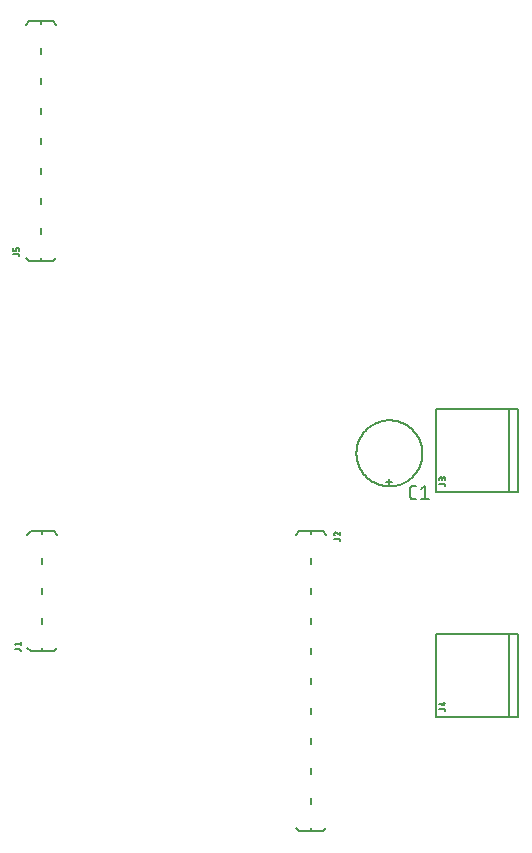
<source format=gbr>
G04 EAGLE Gerber RS-274X export*
G75*
%MOMM*%
%FSLAX34Y34*%
%LPD*%
%INSilkscreen Top*%
%IPPOS*%
%AMOC8*
5,1,8,0,0,1.08239X$1,22.5*%
G01*
%ADD10C,0.203200*%
%ADD11C,0.127000*%
%ADD12C,0.152400*%


D10*
X52070Y218440D02*
X52070Y213360D01*
X52070Y238760D02*
X52070Y243840D01*
X52070Y264160D02*
X52070Y269240D01*
X52070Y193040D02*
X52070Y190500D01*
X42164Y190500D01*
X39370Y193294D01*
X52070Y190500D02*
X61976Y190500D01*
X64770Y193294D01*
X52070Y289560D02*
X52070Y292100D01*
X61976Y292100D01*
X64770Y289306D01*
X52070Y292100D02*
X42164Y292100D01*
X39370Y289306D01*
D11*
X32583Y192744D02*
X28829Y192744D01*
X32583Y192743D02*
X32648Y192741D01*
X32712Y192735D01*
X32776Y192725D01*
X32840Y192712D01*
X32902Y192694D01*
X32963Y192673D01*
X33023Y192649D01*
X33081Y192620D01*
X33138Y192588D01*
X33192Y192553D01*
X33244Y192515D01*
X33294Y192473D01*
X33341Y192429D01*
X33385Y192382D01*
X33427Y192332D01*
X33465Y192280D01*
X33500Y192226D01*
X33532Y192169D01*
X33561Y192111D01*
X33585Y192051D01*
X33606Y191990D01*
X33624Y191928D01*
X33637Y191864D01*
X33647Y191800D01*
X33653Y191736D01*
X33655Y191671D01*
X33655Y191135D01*
X29901Y195692D02*
X28829Y197032D01*
X33655Y197032D01*
X33655Y195692D02*
X33655Y198373D01*
D10*
X279400Y264160D02*
X279400Y269240D01*
X279400Y243840D02*
X279400Y238760D01*
X279400Y218440D02*
X279400Y213360D01*
X279400Y193040D02*
X279400Y187960D01*
X279400Y167640D02*
X279400Y162560D01*
X279400Y289560D02*
X279400Y292100D01*
X289306Y292100D01*
X292100Y289306D01*
X279400Y292100D02*
X269494Y292100D01*
X266700Y289306D01*
X279400Y142240D02*
X279400Y137160D01*
X279400Y116840D02*
X279400Y111760D01*
X279400Y91440D02*
X279400Y86360D01*
X279400Y66040D02*
X279400Y60960D01*
X279400Y38100D02*
X269494Y38100D01*
X266700Y40894D01*
X279400Y38100D02*
X289306Y38100D01*
X292100Y40894D01*
X279400Y40640D02*
X279400Y38100D01*
D11*
X299085Y285836D02*
X302839Y285836D01*
X302904Y285834D01*
X302968Y285828D01*
X303032Y285818D01*
X303096Y285805D01*
X303158Y285787D01*
X303219Y285766D01*
X303279Y285742D01*
X303337Y285713D01*
X303394Y285681D01*
X303448Y285646D01*
X303500Y285608D01*
X303550Y285566D01*
X303597Y285522D01*
X303641Y285475D01*
X303683Y285425D01*
X303721Y285373D01*
X303756Y285319D01*
X303788Y285262D01*
X303817Y285204D01*
X303841Y285144D01*
X303862Y285083D01*
X303880Y285021D01*
X303893Y284957D01*
X303903Y284893D01*
X303909Y284829D01*
X303911Y284764D01*
X303911Y284227D01*
X299085Y290258D02*
X299087Y290326D01*
X299093Y290393D01*
X299102Y290460D01*
X299115Y290527D01*
X299132Y290592D01*
X299153Y290657D01*
X299177Y290720D01*
X299205Y290782D01*
X299236Y290842D01*
X299270Y290900D01*
X299308Y290956D01*
X299348Y291011D01*
X299392Y291062D01*
X299439Y291111D01*
X299488Y291158D01*
X299539Y291202D01*
X299594Y291242D01*
X299650Y291280D01*
X299708Y291314D01*
X299768Y291345D01*
X299830Y291373D01*
X299893Y291397D01*
X299958Y291418D01*
X300023Y291435D01*
X300090Y291448D01*
X300157Y291457D01*
X300224Y291463D01*
X300292Y291465D01*
X299085Y290258D02*
X299087Y290180D01*
X299093Y290102D01*
X299103Y290025D01*
X299116Y289948D01*
X299134Y289872D01*
X299155Y289797D01*
X299180Y289723D01*
X299209Y289651D01*
X299241Y289580D01*
X299277Y289511D01*
X299316Y289443D01*
X299359Y289378D01*
X299405Y289315D01*
X299454Y289254D01*
X299506Y289196D01*
X299561Y289141D01*
X299618Y289088D01*
X299678Y289039D01*
X299741Y288992D01*
X299806Y288949D01*
X299872Y288909D01*
X299941Y288872D01*
X300012Y288839D01*
X300084Y288809D01*
X300158Y288783D01*
X301230Y291063D02*
X301181Y291112D01*
X301129Y291159D01*
X301074Y291202D01*
X301017Y291243D01*
X300958Y291281D01*
X300897Y291315D01*
X300834Y291346D01*
X300770Y291374D01*
X300704Y291398D01*
X300638Y291418D01*
X300570Y291435D01*
X300501Y291448D01*
X300432Y291457D01*
X300362Y291463D01*
X300292Y291465D01*
X301230Y291063D02*
X303911Y288784D01*
X303911Y291465D01*
D10*
X385100Y325400D02*
X385100Y395400D01*
X447100Y395400D01*
X455100Y395400D01*
X455100Y325400D01*
X447100Y325400D01*
X385100Y325400D01*
X447100Y325400D02*
X447100Y395400D01*
D11*
X391993Y332444D02*
X388239Y332444D01*
X391993Y332443D02*
X392058Y332441D01*
X392122Y332435D01*
X392186Y332425D01*
X392250Y332412D01*
X392312Y332394D01*
X392373Y332373D01*
X392433Y332349D01*
X392491Y332320D01*
X392548Y332288D01*
X392602Y332253D01*
X392654Y332215D01*
X392704Y332173D01*
X392751Y332129D01*
X392795Y332082D01*
X392837Y332032D01*
X392875Y331980D01*
X392910Y331926D01*
X392942Y331869D01*
X392971Y331811D01*
X392995Y331751D01*
X393016Y331690D01*
X393034Y331628D01*
X393047Y331564D01*
X393057Y331500D01*
X393063Y331436D01*
X393065Y331371D01*
X393065Y330835D01*
X393065Y335392D02*
X393065Y336732D01*
X393063Y336803D01*
X393057Y336875D01*
X393048Y336945D01*
X393035Y337015D01*
X393018Y337085D01*
X392997Y337153D01*
X392973Y337220D01*
X392945Y337286D01*
X392914Y337350D01*
X392879Y337413D01*
X392841Y337473D01*
X392800Y337532D01*
X392756Y337588D01*
X392709Y337642D01*
X392660Y337693D01*
X392607Y337741D01*
X392552Y337787D01*
X392495Y337829D01*
X392435Y337869D01*
X392374Y337905D01*
X392310Y337938D01*
X392245Y337967D01*
X392179Y337993D01*
X392111Y338016D01*
X392042Y338035D01*
X391972Y338050D01*
X391902Y338061D01*
X391831Y338069D01*
X391760Y338073D01*
X391688Y338073D01*
X391617Y338069D01*
X391546Y338061D01*
X391476Y338050D01*
X391406Y338035D01*
X391337Y338016D01*
X391269Y337993D01*
X391203Y337967D01*
X391138Y337938D01*
X391074Y337905D01*
X391013Y337869D01*
X390953Y337829D01*
X390896Y337787D01*
X390841Y337741D01*
X390788Y337693D01*
X390739Y337642D01*
X390692Y337588D01*
X390648Y337532D01*
X390607Y337473D01*
X390569Y337413D01*
X390534Y337350D01*
X390503Y337286D01*
X390475Y337220D01*
X390451Y337153D01*
X390430Y337085D01*
X390413Y337015D01*
X390400Y336945D01*
X390391Y336875D01*
X390385Y336803D01*
X390383Y336732D01*
X388239Y337000D02*
X388239Y335392D01*
X388239Y337000D02*
X388241Y337065D01*
X388247Y337129D01*
X388257Y337193D01*
X388270Y337257D01*
X388288Y337319D01*
X388309Y337380D01*
X388333Y337440D01*
X388362Y337498D01*
X388394Y337555D01*
X388429Y337609D01*
X388467Y337661D01*
X388509Y337711D01*
X388553Y337758D01*
X388600Y337802D01*
X388650Y337844D01*
X388702Y337882D01*
X388756Y337917D01*
X388813Y337949D01*
X388871Y337978D01*
X388931Y338002D01*
X388992Y338023D01*
X389054Y338041D01*
X389118Y338054D01*
X389182Y338064D01*
X389246Y338070D01*
X389311Y338072D01*
X389376Y338070D01*
X389440Y338064D01*
X389504Y338054D01*
X389568Y338041D01*
X389630Y338023D01*
X389691Y338002D01*
X389751Y337978D01*
X389809Y337949D01*
X389866Y337917D01*
X389920Y337882D01*
X389972Y337844D01*
X390022Y337802D01*
X390069Y337758D01*
X390113Y337711D01*
X390155Y337661D01*
X390193Y337609D01*
X390228Y337555D01*
X390260Y337498D01*
X390289Y337440D01*
X390313Y337380D01*
X390334Y337319D01*
X390352Y337257D01*
X390365Y337193D01*
X390375Y337129D01*
X390381Y337065D01*
X390383Y337000D01*
X390384Y337000D02*
X390384Y335928D01*
D10*
X385100Y204900D02*
X385100Y134900D01*
X385100Y204900D02*
X447100Y204900D01*
X455100Y204900D01*
X455100Y134900D01*
X447100Y134900D01*
X385100Y134900D01*
X447100Y134900D02*
X447100Y204900D01*
D11*
X391993Y141944D02*
X388239Y141944D01*
X391993Y141943D02*
X392058Y141941D01*
X392122Y141935D01*
X392186Y141925D01*
X392250Y141912D01*
X392312Y141894D01*
X392373Y141873D01*
X392433Y141849D01*
X392491Y141820D01*
X392548Y141788D01*
X392602Y141753D01*
X392654Y141715D01*
X392704Y141673D01*
X392751Y141629D01*
X392795Y141582D01*
X392837Y141532D01*
X392875Y141480D01*
X392910Y141426D01*
X392942Y141369D01*
X392971Y141311D01*
X392995Y141251D01*
X393016Y141190D01*
X393034Y141128D01*
X393047Y141064D01*
X393057Y141000D01*
X393063Y140936D01*
X393065Y140871D01*
X393065Y140335D01*
X391993Y144892D02*
X388239Y145964D01*
X391993Y144892D02*
X391993Y147573D01*
X393065Y146768D02*
X390920Y146768D01*
D10*
X50800Y543560D02*
X50800Y548640D01*
X50800Y568960D02*
X50800Y574040D01*
X50800Y594360D02*
X50800Y599440D01*
X50800Y619760D02*
X50800Y624840D01*
X50800Y645160D02*
X50800Y650240D01*
X50800Y523240D02*
X50800Y520700D01*
X40894Y520700D01*
X38100Y523494D01*
X50800Y520700D02*
X60706Y520700D01*
X63500Y523494D01*
X50800Y670560D02*
X50800Y675640D01*
X50800Y695960D02*
X50800Y701040D01*
X50800Y723900D02*
X60706Y723900D01*
X63500Y721106D01*
X50800Y723900D02*
X40894Y723900D01*
X38100Y721106D01*
X50800Y721360D02*
X50800Y723900D01*
D11*
X31313Y526754D02*
X27559Y526754D01*
X31313Y526753D02*
X31378Y526751D01*
X31442Y526745D01*
X31506Y526735D01*
X31570Y526722D01*
X31632Y526704D01*
X31693Y526683D01*
X31753Y526659D01*
X31811Y526630D01*
X31868Y526598D01*
X31922Y526563D01*
X31974Y526525D01*
X32024Y526483D01*
X32071Y526439D01*
X32115Y526392D01*
X32157Y526342D01*
X32195Y526290D01*
X32230Y526236D01*
X32262Y526179D01*
X32291Y526121D01*
X32315Y526061D01*
X32336Y526000D01*
X32354Y525938D01*
X32367Y525874D01*
X32377Y525810D01*
X32383Y525746D01*
X32385Y525681D01*
X32385Y525145D01*
X32385Y529702D02*
X32385Y531310D01*
X32383Y531375D01*
X32377Y531439D01*
X32367Y531503D01*
X32354Y531567D01*
X32336Y531629D01*
X32315Y531690D01*
X32291Y531750D01*
X32262Y531808D01*
X32230Y531865D01*
X32195Y531919D01*
X32157Y531971D01*
X32115Y532021D01*
X32071Y532068D01*
X32024Y532112D01*
X31974Y532154D01*
X31922Y532192D01*
X31868Y532227D01*
X31811Y532259D01*
X31753Y532288D01*
X31693Y532312D01*
X31632Y532333D01*
X31570Y532351D01*
X31506Y532364D01*
X31442Y532374D01*
X31378Y532380D01*
X31313Y532382D01*
X31313Y532383D02*
X30776Y532383D01*
X30776Y532382D02*
X30711Y532380D01*
X30647Y532374D01*
X30583Y532364D01*
X30519Y532351D01*
X30457Y532333D01*
X30396Y532312D01*
X30336Y532288D01*
X30278Y532259D01*
X30221Y532227D01*
X30167Y532192D01*
X30115Y532154D01*
X30065Y532112D01*
X30018Y532068D01*
X29974Y532021D01*
X29932Y531971D01*
X29894Y531919D01*
X29859Y531865D01*
X29827Y531808D01*
X29798Y531750D01*
X29774Y531690D01*
X29753Y531629D01*
X29735Y531567D01*
X29722Y531503D01*
X29712Y531439D01*
X29706Y531375D01*
X29704Y531310D01*
X29704Y529702D01*
X27559Y529702D01*
X27559Y532383D01*
D12*
X345900Y336710D02*
X345900Y331630D01*
X348440Y334170D02*
X343360Y334170D01*
X317960Y358300D02*
X317968Y358986D01*
X317994Y359671D01*
X318036Y360355D01*
X318095Y361039D01*
X318170Y361720D01*
X318262Y362400D01*
X318371Y363077D01*
X318497Y363751D01*
X318639Y364422D01*
X318797Y365089D01*
X318972Y365752D01*
X319163Y366411D01*
X319370Y367064D01*
X319593Y367713D01*
X319832Y368355D01*
X320087Y368992D01*
X320357Y369622D01*
X320643Y370246D01*
X320943Y370862D01*
X321259Y371471D01*
X321590Y372072D01*
X321935Y372664D01*
X322295Y373248D01*
X322669Y373823D01*
X323057Y374388D01*
X323458Y374944D01*
X323874Y375490D01*
X324302Y376025D01*
X324744Y376550D01*
X325198Y377063D01*
X325665Y377566D01*
X326143Y378057D01*
X326634Y378535D01*
X327137Y379002D01*
X327650Y379456D01*
X328175Y379898D01*
X328710Y380326D01*
X329256Y380742D01*
X329812Y381143D01*
X330377Y381531D01*
X330952Y381905D01*
X331536Y382265D01*
X332128Y382610D01*
X332729Y382941D01*
X333338Y383257D01*
X333954Y383557D01*
X334578Y383843D01*
X335208Y384113D01*
X335845Y384368D01*
X336487Y384607D01*
X337136Y384830D01*
X337789Y385037D01*
X338448Y385228D01*
X339111Y385403D01*
X339778Y385561D01*
X340449Y385703D01*
X341123Y385829D01*
X341800Y385938D01*
X342480Y386030D01*
X343161Y386105D01*
X343845Y386164D01*
X344529Y386206D01*
X345214Y386232D01*
X345900Y386240D01*
X346586Y386232D01*
X347271Y386206D01*
X347955Y386164D01*
X348639Y386105D01*
X349320Y386030D01*
X350000Y385938D01*
X350677Y385829D01*
X351351Y385703D01*
X352022Y385561D01*
X352689Y385403D01*
X353352Y385228D01*
X354011Y385037D01*
X354664Y384830D01*
X355313Y384607D01*
X355955Y384368D01*
X356592Y384113D01*
X357222Y383843D01*
X357846Y383557D01*
X358462Y383257D01*
X359071Y382941D01*
X359672Y382610D01*
X360264Y382265D01*
X360848Y381905D01*
X361423Y381531D01*
X361988Y381143D01*
X362544Y380742D01*
X363090Y380326D01*
X363625Y379898D01*
X364150Y379456D01*
X364663Y379002D01*
X365166Y378535D01*
X365657Y378057D01*
X366135Y377566D01*
X366602Y377063D01*
X367056Y376550D01*
X367498Y376025D01*
X367926Y375490D01*
X368342Y374944D01*
X368743Y374388D01*
X369131Y373823D01*
X369505Y373248D01*
X369865Y372664D01*
X370210Y372072D01*
X370541Y371471D01*
X370857Y370862D01*
X371157Y370246D01*
X371443Y369622D01*
X371713Y368992D01*
X371968Y368355D01*
X372207Y367713D01*
X372430Y367064D01*
X372637Y366411D01*
X372828Y365752D01*
X373003Y365089D01*
X373161Y364422D01*
X373303Y363751D01*
X373429Y363077D01*
X373538Y362400D01*
X373630Y361720D01*
X373705Y361039D01*
X373764Y360355D01*
X373806Y359671D01*
X373832Y358986D01*
X373840Y358300D01*
X373832Y357614D01*
X373806Y356929D01*
X373764Y356245D01*
X373705Y355561D01*
X373630Y354880D01*
X373538Y354200D01*
X373429Y353523D01*
X373303Y352849D01*
X373161Y352178D01*
X373003Y351511D01*
X372828Y350848D01*
X372637Y350189D01*
X372430Y349536D01*
X372207Y348887D01*
X371968Y348245D01*
X371713Y347608D01*
X371443Y346978D01*
X371157Y346354D01*
X370857Y345738D01*
X370541Y345129D01*
X370210Y344528D01*
X369865Y343936D01*
X369505Y343352D01*
X369131Y342777D01*
X368743Y342212D01*
X368342Y341656D01*
X367926Y341110D01*
X367498Y340575D01*
X367056Y340050D01*
X366602Y339537D01*
X366135Y339034D01*
X365657Y338543D01*
X365166Y338065D01*
X364663Y337598D01*
X364150Y337144D01*
X363625Y336702D01*
X363090Y336274D01*
X362544Y335858D01*
X361988Y335457D01*
X361423Y335069D01*
X360848Y334695D01*
X360264Y334335D01*
X359672Y333990D01*
X359071Y333659D01*
X358462Y333343D01*
X357846Y333043D01*
X357222Y332757D01*
X356592Y332487D01*
X355955Y332232D01*
X355313Y331993D01*
X354664Y331770D01*
X354011Y331563D01*
X353352Y331372D01*
X352689Y331197D01*
X352022Y331039D01*
X351351Y330897D01*
X350677Y330771D01*
X350000Y330662D01*
X349320Y330570D01*
X348639Y330495D01*
X347955Y330436D01*
X347271Y330394D01*
X346586Y330368D01*
X345900Y330360D01*
X345214Y330368D01*
X344529Y330394D01*
X343845Y330436D01*
X343161Y330495D01*
X342480Y330570D01*
X341800Y330662D01*
X341123Y330771D01*
X340449Y330897D01*
X339778Y331039D01*
X339111Y331197D01*
X338448Y331372D01*
X337789Y331563D01*
X337136Y331770D01*
X336487Y331993D01*
X335845Y332232D01*
X335208Y332487D01*
X334578Y332757D01*
X333954Y333043D01*
X333338Y333343D01*
X332729Y333659D01*
X332128Y333990D01*
X331536Y334335D01*
X330952Y334695D01*
X330377Y335069D01*
X329812Y335457D01*
X329256Y335858D01*
X328710Y336274D01*
X328175Y336702D01*
X327650Y337144D01*
X327137Y337598D01*
X326634Y338065D01*
X326143Y338543D01*
X325665Y339034D01*
X325198Y339537D01*
X324744Y340050D01*
X324302Y340575D01*
X323874Y341110D01*
X323458Y341656D01*
X323057Y342212D01*
X322669Y342777D01*
X322295Y343352D01*
X321935Y343936D01*
X321590Y344528D01*
X321259Y345129D01*
X320943Y345738D01*
X320643Y346354D01*
X320357Y346978D01*
X320087Y347608D01*
X319832Y348245D01*
X319593Y348887D01*
X319370Y349536D01*
X319163Y350189D01*
X318972Y350848D01*
X318797Y351511D01*
X318639Y352178D01*
X318497Y352849D01*
X318371Y353523D01*
X318262Y354200D01*
X318170Y354880D01*
X318095Y355561D01*
X318036Y356245D01*
X317994Y356929D01*
X317968Y357614D01*
X317960Y358300D01*
D11*
X366023Y319395D02*
X368563Y319395D01*
X366023Y319395D02*
X365923Y319397D01*
X365824Y319403D01*
X365724Y319413D01*
X365626Y319426D01*
X365527Y319444D01*
X365430Y319465D01*
X365334Y319490D01*
X365238Y319519D01*
X365144Y319552D01*
X365051Y319588D01*
X364960Y319628D01*
X364870Y319672D01*
X364782Y319719D01*
X364696Y319769D01*
X364612Y319823D01*
X364530Y319880D01*
X364451Y319940D01*
X364373Y320004D01*
X364299Y320070D01*
X364227Y320139D01*
X364158Y320211D01*
X364092Y320285D01*
X364028Y320363D01*
X363968Y320442D01*
X363911Y320524D01*
X363857Y320608D01*
X363807Y320694D01*
X363760Y320782D01*
X363716Y320872D01*
X363676Y320963D01*
X363640Y321056D01*
X363607Y321150D01*
X363578Y321246D01*
X363553Y321342D01*
X363532Y321439D01*
X363514Y321538D01*
X363501Y321636D01*
X363491Y321736D01*
X363485Y321835D01*
X363483Y321935D01*
X363483Y328285D01*
X363485Y328385D01*
X363491Y328484D01*
X363501Y328584D01*
X363514Y328682D01*
X363532Y328781D01*
X363553Y328878D01*
X363578Y328974D01*
X363607Y329070D01*
X363640Y329164D01*
X363676Y329257D01*
X363716Y329348D01*
X363760Y329438D01*
X363807Y329526D01*
X363857Y329612D01*
X363911Y329696D01*
X363968Y329778D01*
X364028Y329857D01*
X364092Y329935D01*
X364158Y330009D01*
X364227Y330081D01*
X364299Y330150D01*
X364373Y330216D01*
X364451Y330280D01*
X364530Y330340D01*
X364612Y330397D01*
X364696Y330451D01*
X364782Y330501D01*
X364870Y330548D01*
X364960Y330592D01*
X365051Y330632D01*
X365144Y330668D01*
X365238Y330701D01*
X365334Y330730D01*
X365430Y330755D01*
X365527Y330776D01*
X365626Y330794D01*
X365724Y330807D01*
X365824Y330817D01*
X365923Y330823D01*
X366023Y330825D01*
X368563Y330825D01*
X373045Y328285D02*
X376220Y330825D01*
X376220Y319395D01*
X373045Y319395D02*
X379395Y319395D01*
M02*

</source>
